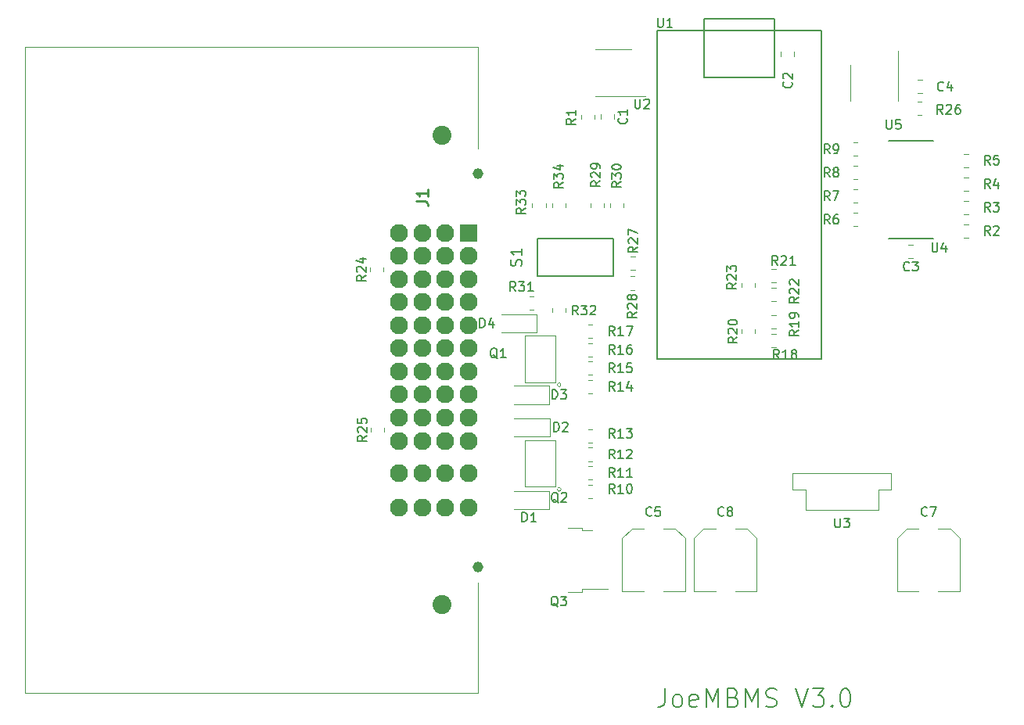
<source format=gbr>
%TF.GenerationSoftware,KiCad,Pcbnew,6.0.11+dfsg-1*%
%TF.CreationDate,2023-10-22T17:13:00+02:00*%
%TF.ProjectId,JoeMBMS_V3.0,4a6f654d-424d-4535-9f56-332e302e6b69,rev?*%
%TF.SameCoordinates,Original*%
%TF.FileFunction,Legend,Top*%
%TF.FilePolarity,Positive*%
%FSLAX46Y46*%
G04 Gerber Fmt 4.6, Leading zero omitted, Abs format (unit mm)*
G04 Created by KiCad (PCBNEW 6.0.11+dfsg-1) date 2023-10-22 17:13:00*
%MOMM*%
%LPD*%
G01*
G04 APERTURE LIST*
%ADD10C,0.150000*%
%ADD11C,0.254000*%
%ADD12C,0.120000*%
%ADD13C,0.152400*%
%ADD14C,0.100000*%
%ADD15R,1.950000X1.950000*%
%ADD16C,1.950000*%
%ADD17C,1.150000*%
%ADD18C,2.050000*%
G04 APERTURE END LIST*
D10*
X133960714Y-124429761D02*
X133960714Y-125858333D01*
X133865476Y-126144047D01*
X133675000Y-126334523D01*
X133389285Y-126429761D01*
X133198809Y-126429761D01*
X135198809Y-126429761D02*
X135008333Y-126334523D01*
X134913095Y-126239285D01*
X134817857Y-126048809D01*
X134817857Y-125477380D01*
X134913095Y-125286904D01*
X135008333Y-125191666D01*
X135198809Y-125096428D01*
X135484523Y-125096428D01*
X135675000Y-125191666D01*
X135770238Y-125286904D01*
X135865476Y-125477380D01*
X135865476Y-126048809D01*
X135770238Y-126239285D01*
X135675000Y-126334523D01*
X135484523Y-126429761D01*
X135198809Y-126429761D01*
X137484523Y-126334523D02*
X137294047Y-126429761D01*
X136913095Y-126429761D01*
X136722619Y-126334523D01*
X136627380Y-126144047D01*
X136627380Y-125382142D01*
X136722619Y-125191666D01*
X136913095Y-125096428D01*
X137294047Y-125096428D01*
X137484523Y-125191666D01*
X137579761Y-125382142D01*
X137579761Y-125572619D01*
X136627380Y-125763095D01*
X138436904Y-126429761D02*
X138436904Y-124429761D01*
X139103571Y-125858333D01*
X139770238Y-124429761D01*
X139770238Y-126429761D01*
X141389285Y-125382142D02*
X141675000Y-125477380D01*
X141770238Y-125572619D01*
X141865476Y-125763095D01*
X141865476Y-126048809D01*
X141770238Y-126239285D01*
X141675000Y-126334523D01*
X141484523Y-126429761D01*
X140722619Y-126429761D01*
X140722619Y-124429761D01*
X141389285Y-124429761D01*
X141579761Y-124525000D01*
X141675000Y-124620238D01*
X141770238Y-124810714D01*
X141770238Y-125001190D01*
X141675000Y-125191666D01*
X141579761Y-125286904D01*
X141389285Y-125382142D01*
X140722619Y-125382142D01*
X142722619Y-126429761D02*
X142722619Y-124429761D01*
X143389285Y-125858333D01*
X144055952Y-124429761D01*
X144055952Y-126429761D01*
X144913095Y-126334523D02*
X145198809Y-126429761D01*
X145675000Y-126429761D01*
X145865476Y-126334523D01*
X145960714Y-126239285D01*
X146055952Y-126048809D01*
X146055952Y-125858333D01*
X145960714Y-125667857D01*
X145865476Y-125572619D01*
X145675000Y-125477380D01*
X145294047Y-125382142D01*
X145103571Y-125286904D01*
X145008333Y-125191666D01*
X144913095Y-125001190D01*
X144913095Y-124810714D01*
X145008333Y-124620238D01*
X145103571Y-124525000D01*
X145294047Y-124429761D01*
X145770238Y-124429761D01*
X146055952Y-124525000D01*
X148151190Y-124429761D02*
X148817857Y-126429761D01*
X149484523Y-124429761D01*
X149960714Y-124429761D02*
X151198809Y-124429761D01*
X150532142Y-125191666D01*
X150817857Y-125191666D01*
X151008333Y-125286904D01*
X151103571Y-125382142D01*
X151198809Y-125572619D01*
X151198809Y-126048809D01*
X151103571Y-126239285D01*
X151008333Y-126334523D01*
X150817857Y-126429761D01*
X150246428Y-126429761D01*
X150055952Y-126334523D01*
X149960714Y-126239285D01*
X152055952Y-126239285D02*
X152151190Y-126334523D01*
X152055952Y-126429761D01*
X151960714Y-126334523D01*
X152055952Y-126239285D01*
X152055952Y-126429761D01*
X153389285Y-124429761D02*
X153579761Y-124429761D01*
X153770238Y-124525000D01*
X153865476Y-124620238D01*
X153960714Y-124810714D01*
X154055952Y-125191666D01*
X154055952Y-125667857D01*
X153960714Y-126048809D01*
X153865476Y-126239285D01*
X153770238Y-126334523D01*
X153579761Y-126429761D01*
X153389285Y-126429761D01*
X153198809Y-126334523D01*
X153103571Y-126239285D01*
X153008333Y-126048809D01*
X152913095Y-125667857D01*
X152913095Y-125191666D01*
X153008333Y-124810714D01*
X153103571Y-124620238D01*
X153198809Y-124525000D01*
X153389285Y-124429761D01*
%TO.C,C5*%
X132533333Y-105657142D02*
X132485714Y-105704761D01*
X132342857Y-105752380D01*
X132247619Y-105752380D01*
X132104761Y-105704761D01*
X132009523Y-105609523D01*
X131961904Y-105514285D01*
X131914285Y-105323809D01*
X131914285Y-105180952D01*
X131961904Y-104990476D01*
X132009523Y-104895238D01*
X132104761Y-104800000D01*
X132247619Y-104752380D01*
X132342857Y-104752380D01*
X132485714Y-104800000D01*
X132533333Y-104847619D01*
X133438095Y-104752380D02*
X132961904Y-104752380D01*
X132914285Y-105228571D01*
X132961904Y-105180952D01*
X133057142Y-105133333D01*
X133295238Y-105133333D01*
X133390476Y-105180952D01*
X133438095Y-105228571D01*
X133485714Y-105323809D01*
X133485714Y-105561904D01*
X133438095Y-105657142D01*
X133390476Y-105704761D01*
X133295238Y-105752380D01*
X133057142Y-105752380D01*
X132961904Y-105704761D01*
X132914285Y-105657142D01*
%TO.C,R6*%
X151809533Y-74128680D02*
X151476200Y-73652490D01*
X151238104Y-74128680D02*
X151238104Y-73128680D01*
X151619057Y-73128680D01*
X151714295Y-73176300D01*
X151761914Y-73223919D01*
X151809533Y-73319157D01*
X151809533Y-73462014D01*
X151761914Y-73557252D01*
X151714295Y-73604871D01*
X151619057Y-73652490D01*
X151238104Y-73652490D01*
X152666676Y-73128680D02*
X152476200Y-73128680D01*
X152380961Y-73176300D01*
X152333342Y-73223919D01*
X152238104Y-73366776D01*
X152190485Y-73557252D01*
X152190485Y-73938204D01*
X152238104Y-74033442D01*
X152285723Y-74081061D01*
X152380961Y-74128680D01*
X152571438Y-74128680D01*
X152666676Y-74081061D01*
X152714295Y-74033442D01*
X152761914Y-73938204D01*
X152761914Y-73700109D01*
X152714295Y-73604871D01*
X152666676Y-73557252D01*
X152571438Y-73509633D01*
X152380961Y-73509633D01*
X152285723Y-73557252D01*
X152238104Y-73604871D01*
X152190485Y-73700109D01*
%TO.C,R18*%
X146317142Y-88732380D02*
X145983809Y-88256190D01*
X145745714Y-88732380D02*
X145745714Y-87732380D01*
X146126666Y-87732380D01*
X146221904Y-87780000D01*
X146269523Y-87827619D01*
X146317142Y-87922857D01*
X146317142Y-88065714D01*
X146269523Y-88160952D01*
X146221904Y-88208571D01*
X146126666Y-88256190D01*
X145745714Y-88256190D01*
X147269523Y-88732380D02*
X146698095Y-88732380D01*
X146983809Y-88732380D02*
X146983809Y-87732380D01*
X146888571Y-87875238D01*
X146793333Y-87970476D01*
X146698095Y-88018095D01*
X147840952Y-88160952D02*
X147745714Y-88113333D01*
X147698095Y-88065714D01*
X147650476Y-87970476D01*
X147650476Y-87922857D01*
X147698095Y-87827619D01*
X147745714Y-87780000D01*
X147840952Y-87732380D01*
X148031428Y-87732380D01*
X148126666Y-87780000D01*
X148174285Y-87827619D01*
X148221904Y-87922857D01*
X148221904Y-87970476D01*
X148174285Y-88065714D01*
X148126666Y-88113333D01*
X148031428Y-88160952D01*
X147840952Y-88160952D01*
X147745714Y-88208571D01*
X147698095Y-88256190D01*
X147650476Y-88351428D01*
X147650476Y-88541904D01*
X147698095Y-88637142D01*
X147745714Y-88684761D01*
X147840952Y-88732380D01*
X148031428Y-88732380D01*
X148126666Y-88684761D01*
X148174285Y-88637142D01*
X148221904Y-88541904D01*
X148221904Y-88351428D01*
X148174285Y-88256190D01*
X148126666Y-88208571D01*
X148031428Y-88160952D01*
%TO.C,U4*%
X162898295Y-76176680D02*
X162898295Y-76986204D01*
X162945914Y-77081442D01*
X162993533Y-77129061D01*
X163088771Y-77176680D01*
X163279247Y-77176680D01*
X163374485Y-77129061D01*
X163422104Y-77081442D01*
X163469723Y-76986204D01*
X163469723Y-76176680D01*
X164374485Y-76510014D02*
X164374485Y-77176680D01*
X164136390Y-76129061D02*
X163898295Y-76843347D01*
X164517342Y-76843347D01*
%TO.C,U3*%
X152378095Y-105992380D02*
X152378095Y-106801904D01*
X152425714Y-106897142D01*
X152473333Y-106944761D01*
X152568571Y-106992380D01*
X152759047Y-106992380D01*
X152854285Y-106944761D01*
X152901904Y-106897142D01*
X152949523Y-106801904D01*
X152949523Y-105992380D01*
X153330476Y-105992380D02*
X153949523Y-105992380D01*
X153616190Y-106373333D01*
X153759047Y-106373333D01*
X153854285Y-106420952D01*
X153901904Y-106468571D01*
X153949523Y-106563809D01*
X153949523Y-106801904D01*
X153901904Y-106897142D01*
X153854285Y-106944761D01*
X153759047Y-106992380D01*
X153473333Y-106992380D01*
X153378095Y-106944761D01*
X153330476Y-106897142D01*
%TO.C,R7*%
X151809533Y-71588680D02*
X151476200Y-71112490D01*
X151238104Y-71588680D02*
X151238104Y-70588680D01*
X151619057Y-70588680D01*
X151714295Y-70636300D01*
X151761914Y-70683919D01*
X151809533Y-70779157D01*
X151809533Y-70922014D01*
X151761914Y-71017252D01*
X151714295Y-71064871D01*
X151619057Y-71112490D01*
X151238104Y-71112490D01*
X152142866Y-70588680D02*
X152809533Y-70588680D01*
X152380961Y-71588680D01*
%TO.C,Q3*%
X122404761Y-115547619D02*
X122309523Y-115500000D01*
X122214285Y-115404761D01*
X122071428Y-115261904D01*
X121976190Y-115214285D01*
X121880952Y-115214285D01*
X121928571Y-115452380D02*
X121833333Y-115404761D01*
X121738095Y-115309523D01*
X121690476Y-115119047D01*
X121690476Y-114785714D01*
X121738095Y-114595238D01*
X121833333Y-114500000D01*
X121928571Y-114452380D01*
X122119047Y-114452380D01*
X122214285Y-114500000D01*
X122309523Y-114595238D01*
X122357142Y-114785714D01*
X122357142Y-115119047D01*
X122309523Y-115309523D01*
X122214285Y-115404761D01*
X122119047Y-115452380D01*
X121928571Y-115452380D01*
X122690476Y-114452380D02*
X123309523Y-114452380D01*
X122976190Y-114833333D01*
X123119047Y-114833333D01*
X123214285Y-114880952D01*
X123261904Y-114928571D01*
X123309523Y-115023809D01*
X123309523Y-115261904D01*
X123261904Y-115357142D01*
X123214285Y-115404761D01*
X123119047Y-115452380D01*
X122833333Y-115452380D01*
X122738095Y-115404761D01*
X122690476Y-115357142D01*
%TO.C,R9*%
X151809533Y-66508680D02*
X151476200Y-66032490D01*
X151238104Y-66508680D02*
X151238104Y-65508680D01*
X151619057Y-65508680D01*
X151714295Y-65556300D01*
X151761914Y-65603919D01*
X151809533Y-65699157D01*
X151809533Y-65842014D01*
X151761914Y-65937252D01*
X151714295Y-65984871D01*
X151619057Y-66032490D01*
X151238104Y-66032490D01*
X152285723Y-66508680D02*
X152476200Y-66508680D01*
X152571438Y-66461061D01*
X152619057Y-66413442D01*
X152714295Y-66270585D01*
X152761914Y-66080109D01*
X152761914Y-65699157D01*
X152714295Y-65603919D01*
X152666676Y-65556300D01*
X152571438Y-65508680D01*
X152380961Y-65508680D01*
X152285723Y-65556300D01*
X152238104Y-65603919D01*
X152190485Y-65699157D01*
X152190485Y-65937252D01*
X152238104Y-66032490D01*
X152285723Y-66080109D01*
X152380961Y-66127728D01*
X152571438Y-66127728D01*
X152666676Y-66080109D01*
X152714295Y-66032490D01*
X152761914Y-65937252D01*
%TO.C,R10*%
X128519642Y-103282380D02*
X128186309Y-102806190D01*
X127948214Y-103282380D02*
X127948214Y-102282380D01*
X128329166Y-102282380D01*
X128424404Y-102330000D01*
X128472023Y-102377619D01*
X128519642Y-102472857D01*
X128519642Y-102615714D01*
X128472023Y-102710952D01*
X128424404Y-102758571D01*
X128329166Y-102806190D01*
X127948214Y-102806190D01*
X129472023Y-103282380D02*
X128900595Y-103282380D01*
X129186309Y-103282380D02*
X129186309Y-102282380D01*
X129091071Y-102425238D01*
X128995833Y-102520476D01*
X128900595Y-102568095D01*
X130091071Y-102282380D02*
X130186309Y-102282380D01*
X130281547Y-102330000D01*
X130329166Y-102377619D01*
X130376785Y-102472857D01*
X130424404Y-102663333D01*
X130424404Y-102901428D01*
X130376785Y-103091904D01*
X130329166Y-103187142D01*
X130281547Y-103234761D01*
X130186309Y-103282380D01*
X130091071Y-103282380D01*
X129995833Y-103234761D01*
X129948214Y-103187142D01*
X129900595Y-103091904D01*
X129852976Y-102901428D01*
X129852976Y-102663333D01*
X129900595Y-102472857D01*
X129948214Y-102377619D01*
X129995833Y-102330000D01*
X130091071Y-102282380D01*
%TO.C,R3*%
X169167533Y-72793680D02*
X168834200Y-72317490D01*
X168596104Y-72793680D02*
X168596104Y-71793680D01*
X168977057Y-71793680D01*
X169072295Y-71841300D01*
X169119914Y-71888919D01*
X169167533Y-71984157D01*
X169167533Y-72127014D01*
X169119914Y-72222252D01*
X169072295Y-72269871D01*
X168977057Y-72317490D01*
X168596104Y-72317490D01*
X169500866Y-71793680D02*
X170119914Y-71793680D01*
X169786580Y-72174633D01*
X169929438Y-72174633D01*
X170024676Y-72222252D01*
X170072295Y-72269871D01*
X170119914Y-72365109D01*
X170119914Y-72603204D01*
X170072295Y-72698442D01*
X170024676Y-72746061D01*
X169929438Y-72793680D01*
X169643723Y-72793680D01*
X169548485Y-72746061D01*
X169500866Y-72698442D01*
%TO.C,Q2*%
X122434761Y-104317619D02*
X122339523Y-104270000D01*
X122244285Y-104174761D01*
X122101428Y-104031904D01*
X122006190Y-103984285D01*
X121910952Y-103984285D01*
X121958571Y-104222380D02*
X121863333Y-104174761D01*
X121768095Y-104079523D01*
X121720476Y-103889047D01*
X121720476Y-103555714D01*
X121768095Y-103365238D01*
X121863333Y-103270000D01*
X121958571Y-103222380D01*
X122149047Y-103222380D01*
X122244285Y-103270000D01*
X122339523Y-103365238D01*
X122387142Y-103555714D01*
X122387142Y-103889047D01*
X122339523Y-104079523D01*
X122244285Y-104174761D01*
X122149047Y-104222380D01*
X121958571Y-104222380D01*
X122768095Y-103317619D02*
X122815714Y-103270000D01*
X122910952Y-103222380D01*
X123149047Y-103222380D01*
X123244285Y-103270000D01*
X123291904Y-103317619D01*
X123339523Y-103412857D01*
X123339523Y-103508095D01*
X123291904Y-103650952D01*
X122720476Y-104222380D01*
X123339523Y-104222380D01*
%TO.C,R2*%
X169167533Y-75333680D02*
X168834200Y-74857490D01*
X168596104Y-75333680D02*
X168596104Y-74333680D01*
X168977057Y-74333680D01*
X169072295Y-74381300D01*
X169119914Y-74428919D01*
X169167533Y-74524157D01*
X169167533Y-74667014D01*
X169119914Y-74762252D01*
X169072295Y-74809871D01*
X168977057Y-74857490D01*
X168596104Y-74857490D01*
X169548485Y-74428919D02*
X169596104Y-74381300D01*
X169691342Y-74333680D01*
X169929438Y-74333680D01*
X170024676Y-74381300D01*
X170072295Y-74428919D01*
X170119914Y-74524157D01*
X170119914Y-74619395D01*
X170072295Y-74762252D01*
X169500866Y-75333680D01*
X170119914Y-75333680D01*
%TO.C,R24*%
X101602380Y-79692857D02*
X101126190Y-80026190D01*
X101602380Y-80264285D02*
X100602380Y-80264285D01*
X100602380Y-79883333D01*
X100650000Y-79788095D01*
X100697619Y-79740476D01*
X100792857Y-79692857D01*
X100935714Y-79692857D01*
X101030952Y-79740476D01*
X101078571Y-79788095D01*
X101126190Y-79883333D01*
X101126190Y-80264285D01*
X100697619Y-79311904D02*
X100650000Y-79264285D01*
X100602380Y-79169047D01*
X100602380Y-78930952D01*
X100650000Y-78835714D01*
X100697619Y-78788095D01*
X100792857Y-78740476D01*
X100888095Y-78740476D01*
X101030952Y-78788095D01*
X101602380Y-79359523D01*
X101602380Y-78740476D01*
X100935714Y-77883333D02*
X101602380Y-77883333D01*
X100554761Y-78121428D02*
X101269047Y-78359523D01*
X101269047Y-77740476D01*
%TO.C,C8*%
X140333333Y-105657142D02*
X140285714Y-105704761D01*
X140142857Y-105752380D01*
X140047619Y-105752380D01*
X139904761Y-105704761D01*
X139809523Y-105609523D01*
X139761904Y-105514285D01*
X139714285Y-105323809D01*
X139714285Y-105180952D01*
X139761904Y-104990476D01*
X139809523Y-104895238D01*
X139904761Y-104800000D01*
X140047619Y-104752380D01*
X140142857Y-104752380D01*
X140285714Y-104800000D01*
X140333333Y-104847619D01*
X140904761Y-105180952D02*
X140809523Y-105133333D01*
X140761904Y-105085714D01*
X140714285Y-104990476D01*
X140714285Y-104942857D01*
X140761904Y-104847619D01*
X140809523Y-104800000D01*
X140904761Y-104752380D01*
X141095238Y-104752380D01*
X141190476Y-104800000D01*
X141238095Y-104847619D01*
X141285714Y-104942857D01*
X141285714Y-104990476D01*
X141238095Y-105085714D01*
X141190476Y-105133333D01*
X141095238Y-105180952D01*
X140904761Y-105180952D01*
X140809523Y-105228571D01*
X140761904Y-105276190D01*
X140714285Y-105371428D01*
X140714285Y-105561904D01*
X140761904Y-105657142D01*
X140809523Y-105704761D01*
X140904761Y-105752380D01*
X141095238Y-105752380D01*
X141190476Y-105704761D01*
X141238095Y-105657142D01*
X141285714Y-105561904D01*
X141285714Y-105371428D01*
X141238095Y-105276190D01*
X141190476Y-105228571D01*
X141095238Y-105180952D01*
%TO.C,C2*%
X147657142Y-58766666D02*
X147704761Y-58814285D01*
X147752380Y-58957142D01*
X147752380Y-59052380D01*
X147704761Y-59195238D01*
X147609523Y-59290476D01*
X147514285Y-59338095D01*
X147323809Y-59385714D01*
X147180952Y-59385714D01*
X146990476Y-59338095D01*
X146895238Y-59290476D01*
X146800000Y-59195238D01*
X146752380Y-59052380D01*
X146752380Y-58957142D01*
X146800000Y-58814285D01*
X146847619Y-58766666D01*
X146847619Y-58385714D02*
X146800000Y-58338095D01*
X146752380Y-58242857D01*
X146752380Y-58004761D01*
X146800000Y-57909523D01*
X146847619Y-57861904D01*
X146942857Y-57814285D01*
X147038095Y-57814285D01*
X147180952Y-57861904D01*
X147752380Y-58433333D01*
X147752380Y-57814285D01*
%TO.C,R5*%
X169167533Y-67713680D02*
X168834200Y-67237490D01*
X168596104Y-67713680D02*
X168596104Y-66713680D01*
X168977057Y-66713680D01*
X169072295Y-66761300D01*
X169119914Y-66808919D01*
X169167533Y-66904157D01*
X169167533Y-67047014D01*
X169119914Y-67142252D01*
X169072295Y-67189871D01*
X168977057Y-67237490D01*
X168596104Y-67237490D01*
X170072295Y-66713680D02*
X169596104Y-66713680D01*
X169548485Y-67189871D01*
X169596104Y-67142252D01*
X169691342Y-67094633D01*
X169929438Y-67094633D01*
X170024676Y-67142252D01*
X170072295Y-67189871D01*
X170119914Y-67285109D01*
X170119914Y-67523204D01*
X170072295Y-67618442D01*
X170024676Y-67666061D01*
X169929438Y-67713680D01*
X169691342Y-67713680D01*
X169596104Y-67666061D01*
X169548485Y-67618442D01*
%TO.C,C3*%
X160417533Y-79123442D02*
X160369914Y-79171061D01*
X160227057Y-79218680D01*
X160131819Y-79218680D01*
X159988961Y-79171061D01*
X159893723Y-79075823D01*
X159846104Y-78980585D01*
X159798485Y-78790109D01*
X159798485Y-78647252D01*
X159846104Y-78456776D01*
X159893723Y-78361538D01*
X159988961Y-78266300D01*
X160131819Y-78218680D01*
X160227057Y-78218680D01*
X160369914Y-78266300D01*
X160417533Y-78313919D01*
X160750866Y-78218680D02*
X161369914Y-78218680D01*
X161036580Y-78599633D01*
X161179438Y-78599633D01*
X161274676Y-78647252D01*
X161322295Y-78694871D01*
X161369914Y-78790109D01*
X161369914Y-79028204D01*
X161322295Y-79123442D01*
X161274676Y-79171061D01*
X161179438Y-79218680D01*
X160893723Y-79218680D01*
X160798485Y-79171061D01*
X160750866Y-79123442D01*
%TO.C,R11*%
X128519642Y-101532380D02*
X128186309Y-101056190D01*
X127948214Y-101532380D02*
X127948214Y-100532380D01*
X128329166Y-100532380D01*
X128424404Y-100580000D01*
X128472023Y-100627619D01*
X128519642Y-100722857D01*
X128519642Y-100865714D01*
X128472023Y-100960952D01*
X128424404Y-101008571D01*
X128329166Y-101056190D01*
X127948214Y-101056190D01*
X129472023Y-101532380D02*
X128900595Y-101532380D01*
X129186309Y-101532380D02*
X129186309Y-100532380D01*
X129091071Y-100675238D01*
X128995833Y-100770476D01*
X128900595Y-100818095D01*
X130424404Y-101532380D02*
X129852976Y-101532380D01*
X130138690Y-101532380D02*
X130138690Y-100532380D01*
X130043452Y-100675238D01*
X129948214Y-100770476D01*
X129852976Y-100818095D01*
%TO.C,R13*%
X128519642Y-97282380D02*
X128186309Y-96806190D01*
X127948214Y-97282380D02*
X127948214Y-96282380D01*
X128329166Y-96282380D01*
X128424404Y-96330000D01*
X128472023Y-96377619D01*
X128519642Y-96472857D01*
X128519642Y-96615714D01*
X128472023Y-96710952D01*
X128424404Y-96758571D01*
X128329166Y-96806190D01*
X127948214Y-96806190D01*
X129472023Y-97282380D02*
X128900595Y-97282380D01*
X129186309Y-97282380D02*
X129186309Y-96282380D01*
X129091071Y-96425238D01*
X128995833Y-96520476D01*
X128900595Y-96568095D01*
X129805357Y-96282380D02*
X130424404Y-96282380D01*
X130091071Y-96663333D01*
X130233928Y-96663333D01*
X130329166Y-96710952D01*
X130376785Y-96758571D01*
X130424404Y-96853809D01*
X130424404Y-97091904D01*
X130376785Y-97187142D01*
X130329166Y-97234761D01*
X130233928Y-97282380D01*
X129948214Y-97282380D01*
X129852976Y-97234761D01*
X129805357Y-97187142D01*
%TO.C,R8*%
X151809533Y-69048680D02*
X151476200Y-68572490D01*
X151238104Y-69048680D02*
X151238104Y-68048680D01*
X151619057Y-68048680D01*
X151714295Y-68096300D01*
X151761914Y-68143919D01*
X151809533Y-68239157D01*
X151809533Y-68382014D01*
X151761914Y-68477252D01*
X151714295Y-68524871D01*
X151619057Y-68572490D01*
X151238104Y-68572490D01*
X152380961Y-68477252D02*
X152285723Y-68429633D01*
X152238104Y-68382014D01*
X152190485Y-68286776D01*
X152190485Y-68239157D01*
X152238104Y-68143919D01*
X152285723Y-68096300D01*
X152380961Y-68048680D01*
X152571438Y-68048680D01*
X152666676Y-68096300D01*
X152714295Y-68143919D01*
X152761914Y-68239157D01*
X152761914Y-68286776D01*
X152714295Y-68382014D01*
X152666676Y-68429633D01*
X152571438Y-68477252D01*
X152380961Y-68477252D01*
X152285723Y-68524871D01*
X152238104Y-68572490D01*
X152190485Y-68667728D01*
X152190485Y-68858204D01*
X152238104Y-68953442D01*
X152285723Y-69001061D01*
X152380961Y-69048680D01*
X152571438Y-69048680D01*
X152666676Y-69001061D01*
X152714295Y-68953442D01*
X152761914Y-68858204D01*
X152761914Y-68667728D01*
X152714295Y-68572490D01*
X152666676Y-68524871D01*
X152571438Y-68477252D01*
%TO.C,R20*%
X141802380Y-86392857D02*
X141326190Y-86726190D01*
X141802380Y-86964285D02*
X140802380Y-86964285D01*
X140802380Y-86583333D01*
X140850000Y-86488095D01*
X140897619Y-86440476D01*
X140992857Y-86392857D01*
X141135714Y-86392857D01*
X141230952Y-86440476D01*
X141278571Y-86488095D01*
X141326190Y-86583333D01*
X141326190Y-86964285D01*
X140897619Y-86011904D02*
X140850000Y-85964285D01*
X140802380Y-85869047D01*
X140802380Y-85630952D01*
X140850000Y-85535714D01*
X140897619Y-85488095D01*
X140992857Y-85440476D01*
X141088095Y-85440476D01*
X141230952Y-85488095D01*
X141802380Y-86059523D01*
X141802380Y-85440476D01*
X140802380Y-84821428D02*
X140802380Y-84726190D01*
X140850000Y-84630952D01*
X140897619Y-84583333D01*
X140992857Y-84535714D01*
X141183333Y-84488095D01*
X141421428Y-84488095D01*
X141611904Y-84535714D01*
X141707142Y-84583333D01*
X141754761Y-84630952D01*
X141802380Y-84726190D01*
X141802380Y-84821428D01*
X141754761Y-84916666D01*
X141707142Y-84964285D01*
X141611904Y-85011904D01*
X141421428Y-85059523D01*
X141183333Y-85059523D01*
X140992857Y-85011904D01*
X140897619Y-84964285D01*
X140850000Y-84916666D01*
X140802380Y-84821428D01*
%TO.C,R12*%
X128519642Y-99532380D02*
X128186309Y-99056190D01*
X127948214Y-99532380D02*
X127948214Y-98532380D01*
X128329166Y-98532380D01*
X128424404Y-98580000D01*
X128472023Y-98627619D01*
X128519642Y-98722857D01*
X128519642Y-98865714D01*
X128472023Y-98960952D01*
X128424404Y-99008571D01*
X128329166Y-99056190D01*
X127948214Y-99056190D01*
X129472023Y-99532380D02*
X128900595Y-99532380D01*
X129186309Y-99532380D02*
X129186309Y-98532380D01*
X129091071Y-98675238D01*
X128995833Y-98770476D01*
X128900595Y-98818095D01*
X129852976Y-98627619D02*
X129900595Y-98580000D01*
X129995833Y-98532380D01*
X130233928Y-98532380D01*
X130329166Y-98580000D01*
X130376785Y-98627619D01*
X130424404Y-98722857D01*
X130424404Y-98818095D01*
X130376785Y-98960952D01*
X129805357Y-99532380D01*
X130424404Y-99532380D01*
%TO.C,R23*%
X141692380Y-80542857D02*
X141216190Y-80876190D01*
X141692380Y-81114285D02*
X140692380Y-81114285D01*
X140692380Y-80733333D01*
X140740000Y-80638095D01*
X140787619Y-80590476D01*
X140882857Y-80542857D01*
X141025714Y-80542857D01*
X141120952Y-80590476D01*
X141168571Y-80638095D01*
X141216190Y-80733333D01*
X141216190Y-81114285D01*
X140787619Y-80161904D02*
X140740000Y-80114285D01*
X140692380Y-80019047D01*
X140692380Y-79780952D01*
X140740000Y-79685714D01*
X140787619Y-79638095D01*
X140882857Y-79590476D01*
X140978095Y-79590476D01*
X141120952Y-79638095D01*
X141692380Y-80209523D01*
X141692380Y-79590476D01*
X140692380Y-79257142D02*
X140692380Y-78638095D01*
X141073333Y-78971428D01*
X141073333Y-78828571D01*
X141120952Y-78733333D01*
X141168571Y-78685714D01*
X141263809Y-78638095D01*
X141501904Y-78638095D01*
X141597142Y-78685714D01*
X141644761Y-78733333D01*
X141692380Y-78828571D01*
X141692380Y-79114285D01*
X141644761Y-79209523D01*
X141597142Y-79257142D01*
%TO.C,R1*%
X124297380Y-62736666D02*
X123821190Y-63070000D01*
X124297380Y-63308095D02*
X123297380Y-63308095D01*
X123297380Y-62927142D01*
X123345000Y-62831904D01*
X123392619Y-62784285D01*
X123487857Y-62736666D01*
X123630714Y-62736666D01*
X123725952Y-62784285D01*
X123773571Y-62831904D01*
X123821190Y-62927142D01*
X123821190Y-63308095D01*
X124297380Y-61784285D02*
X124297380Y-62355714D01*
X124297380Y-62070000D02*
X123297380Y-62070000D01*
X123440238Y-62165238D01*
X123535476Y-62260476D01*
X123583095Y-62355714D01*
%TO.C,C7*%
X162333333Y-105657142D02*
X162285714Y-105704761D01*
X162142857Y-105752380D01*
X162047619Y-105752380D01*
X161904761Y-105704761D01*
X161809523Y-105609523D01*
X161761904Y-105514285D01*
X161714285Y-105323809D01*
X161714285Y-105180952D01*
X161761904Y-104990476D01*
X161809523Y-104895238D01*
X161904761Y-104800000D01*
X162047619Y-104752380D01*
X162142857Y-104752380D01*
X162285714Y-104800000D01*
X162333333Y-104847619D01*
X162666666Y-104752380D02*
X163333333Y-104752380D01*
X162904761Y-105752380D01*
D11*
%TO.C,J1*%
X107054523Y-71673333D02*
X107961666Y-71673333D01*
X108143095Y-71733809D01*
X108264047Y-71854761D01*
X108324523Y-72036190D01*
X108324523Y-72157142D01*
X108324523Y-70403333D02*
X108324523Y-71129047D01*
X108324523Y-70766190D02*
X107054523Y-70766190D01*
X107235952Y-70887142D01*
X107356904Y-71008095D01*
X107417380Y-71129047D01*
D10*
%TO.C,R4*%
X169167533Y-70253680D02*
X168834200Y-69777490D01*
X168596104Y-70253680D02*
X168596104Y-69253680D01*
X168977057Y-69253680D01*
X169072295Y-69301300D01*
X169119914Y-69348919D01*
X169167533Y-69444157D01*
X169167533Y-69587014D01*
X169119914Y-69682252D01*
X169072295Y-69729871D01*
X168977057Y-69777490D01*
X168596104Y-69777490D01*
X170024676Y-69587014D02*
X170024676Y-70253680D01*
X169786580Y-69206061D02*
X169548485Y-69920347D01*
X170167533Y-69920347D01*
%TO.C,R21*%
X146177142Y-78572380D02*
X145843809Y-78096190D01*
X145605714Y-78572380D02*
X145605714Y-77572380D01*
X145986666Y-77572380D01*
X146081904Y-77620000D01*
X146129523Y-77667619D01*
X146177142Y-77762857D01*
X146177142Y-77905714D01*
X146129523Y-78000952D01*
X146081904Y-78048571D01*
X145986666Y-78096190D01*
X145605714Y-78096190D01*
X146558095Y-77667619D02*
X146605714Y-77620000D01*
X146700952Y-77572380D01*
X146939047Y-77572380D01*
X147034285Y-77620000D01*
X147081904Y-77667619D01*
X147129523Y-77762857D01*
X147129523Y-77858095D01*
X147081904Y-78000952D01*
X146510476Y-78572380D01*
X147129523Y-78572380D01*
X148081904Y-78572380D02*
X147510476Y-78572380D01*
X147796190Y-78572380D02*
X147796190Y-77572380D01*
X147700952Y-77715238D01*
X147605714Y-77810476D01*
X147510476Y-77858095D01*
%TO.C,R22*%
X148452380Y-82042857D02*
X147976190Y-82376190D01*
X148452380Y-82614285D02*
X147452380Y-82614285D01*
X147452380Y-82233333D01*
X147500000Y-82138095D01*
X147547619Y-82090476D01*
X147642857Y-82042857D01*
X147785714Y-82042857D01*
X147880952Y-82090476D01*
X147928571Y-82138095D01*
X147976190Y-82233333D01*
X147976190Y-82614285D01*
X147547619Y-81661904D02*
X147500000Y-81614285D01*
X147452380Y-81519047D01*
X147452380Y-81280952D01*
X147500000Y-81185714D01*
X147547619Y-81138095D01*
X147642857Y-81090476D01*
X147738095Y-81090476D01*
X147880952Y-81138095D01*
X148452380Y-81709523D01*
X148452380Y-81090476D01*
X147547619Y-80709523D02*
X147500000Y-80661904D01*
X147452380Y-80566666D01*
X147452380Y-80328571D01*
X147500000Y-80233333D01*
X147547619Y-80185714D01*
X147642857Y-80138095D01*
X147738095Y-80138095D01*
X147880952Y-80185714D01*
X148452380Y-80757142D01*
X148452380Y-80138095D01*
%TO.C,R15*%
X128519642Y-90202380D02*
X128186309Y-89726190D01*
X127948214Y-90202380D02*
X127948214Y-89202380D01*
X128329166Y-89202380D01*
X128424404Y-89250000D01*
X128472023Y-89297619D01*
X128519642Y-89392857D01*
X128519642Y-89535714D01*
X128472023Y-89630952D01*
X128424404Y-89678571D01*
X128329166Y-89726190D01*
X127948214Y-89726190D01*
X129472023Y-90202380D02*
X128900595Y-90202380D01*
X129186309Y-90202380D02*
X129186309Y-89202380D01*
X129091071Y-89345238D01*
X128995833Y-89440476D01*
X128900595Y-89488095D01*
X130376785Y-89202380D02*
X129900595Y-89202380D01*
X129852976Y-89678571D01*
X129900595Y-89630952D01*
X129995833Y-89583333D01*
X130233928Y-89583333D01*
X130329166Y-89630952D01*
X130376785Y-89678571D01*
X130424404Y-89773809D01*
X130424404Y-90011904D01*
X130376785Y-90107142D01*
X130329166Y-90154761D01*
X130233928Y-90202380D01*
X129995833Y-90202380D01*
X129900595Y-90154761D01*
X129852976Y-90107142D01*
%TO.C,Q1*%
X115844761Y-88697619D02*
X115749523Y-88650000D01*
X115654285Y-88554761D01*
X115511428Y-88411904D01*
X115416190Y-88364285D01*
X115320952Y-88364285D01*
X115368571Y-88602380D02*
X115273333Y-88554761D01*
X115178095Y-88459523D01*
X115130476Y-88269047D01*
X115130476Y-87935714D01*
X115178095Y-87745238D01*
X115273333Y-87650000D01*
X115368571Y-87602380D01*
X115559047Y-87602380D01*
X115654285Y-87650000D01*
X115749523Y-87745238D01*
X115797142Y-87935714D01*
X115797142Y-88269047D01*
X115749523Y-88459523D01*
X115654285Y-88554761D01*
X115559047Y-88602380D01*
X115368571Y-88602380D01*
X116749523Y-88602380D02*
X116178095Y-88602380D01*
X116463809Y-88602380D02*
X116463809Y-87602380D01*
X116368571Y-87745238D01*
X116273333Y-87840476D01*
X116178095Y-87888095D01*
%TO.C,R14*%
X128519642Y-92202380D02*
X128186309Y-91726190D01*
X127948214Y-92202380D02*
X127948214Y-91202380D01*
X128329166Y-91202380D01*
X128424404Y-91250000D01*
X128472023Y-91297619D01*
X128519642Y-91392857D01*
X128519642Y-91535714D01*
X128472023Y-91630952D01*
X128424404Y-91678571D01*
X128329166Y-91726190D01*
X127948214Y-91726190D01*
X129472023Y-92202380D02*
X128900595Y-92202380D01*
X129186309Y-92202380D02*
X129186309Y-91202380D01*
X129091071Y-91345238D01*
X128995833Y-91440476D01*
X128900595Y-91488095D01*
X130329166Y-91535714D02*
X130329166Y-92202380D01*
X130091071Y-91154761D02*
X129852976Y-91869047D01*
X130472023Y-91869047D01*
%TO.C,R17*%
X128519642Y-86202380D02*
X128186309Y-85726190D01*
X127948214Y-86202380D02*
X127948214Y-85202380D01*
X128329166Y-85202380D01*
X128424404Y-85250000D01*
X128472023Y-85297619D01*
X128519642Y-85392857D01*
X128519642Y-85535714D01*
X128472023Y-85630952D01*
X128424404Y-85678571D01*
X128329166Y-85726190D01*
X127948214Y-85726190D01*
X129472023Y-86202380D02*
X128900595Y-86202380D01*
X129186309Y-86202380D02*
X129186309Y-85202380D01*
X129091071Y-85345238D01*
X128995833Y-85440476D01*
X128900595Y-85488095D01*
X129805357Y-85202380D02*
X130472023Y-85202380D01*
X130043452Y-86202380D01*
%TO.C,R16*%
X128519642Y-88202380D02*
X128186309Y-87726190D01*
X127948214Y-88202380D02*
X127948214Y-87202380D01*
X128329166Y-87202380D01*
X128424404Y-87250000D01*
X128472023Y-87297619D01*
X128519642Y-87392857D01*
X128519642Y-87535714D01*
X128472023Y-87630952D01*
X128424404Y-87678571D01*
X128329166Y-87726190D01*
X127948214Y-87726190D01*
X129472023Y-88202380D02*
X128900595Y-88202380D01*
X129186309Y-88202380D02*
X129186309Y-87202380D01*
X129091071Y-87345238D01*
X128995833Y-87440476D01*
X128900595Y-87488095D01*
X130329166Y-87202380D02*
X130138690Y-87202380D01*
X130043452Y-87250000D01*
X129995833Y-87297619D01*
X129900595Y-87440476D01*
X129852976Y-87630952D01*
X129852976Y-88011904D01*
X129900595Y-88107142D01*
X129948214Y-88154761D01*
X130043452Y-88202380D01*
X130233928Y-88202380D01*
X130329166Y-88154761D01*
X130376785Y-88107142D01*
X130424404Y-88011904D01*
X130424404Y-87773809D01*
X130376785Y-87678571D01*
X130329166Y-87630952D01*
X130233928Y-87583333D01*
X130043452Y-87583333D01*
X129948214Y-87630952D01*
X129900595Y-87678571D01*
X129852976Y-87773809D01*
%TO.C,S1*%
X118400714Y-78664285D02*
X118457857Y-78492857D01*
X118457857Y-78207142D01*
X118400714Y-78092857D01*
X118343571Y-78035714D01*
X118229285Y-77978571D01*
X118115000Y-77978571D01*
X118000714Y-78035714D01*
X117943571Y-78092857D01*
X117886428Y-78207142D01*
X117829285Y-78435714D01*
X117772142Y-78550000D01*
X117715000Y-78607142D01*
X117600714Y-78664285D01*
X117486428Y-78664285D01*
X117372142Y-78607142D01*
X117315000Y-78550000D01*
X117257857Y-78435714D01*
X117257857Y-78150000D01*
X117315000Y-77978571D01*
X118457857Y-76835714D02*
X118457857Y-77521428D01*
X118457857Y-77178571D02*
X117257857Y-77178571D01*
X117429285Y-77292857D01*
X117543571Y-77407142D01*
X117600714Y-77521428D01*
%TO.C,C1*%
X129802142Y-62686666D02*
X129849761Y-62734285D01*
X129897380Y-62877142D01*
X129897380Y-62972380D01*
X129849761Y-63115238D01*
X129754523Y-63210476D01*
X129659285Y-63258095D01*
X129468809Y-63305714D01*
X129325952Y-63305714D01*
X129135476Y-63258095D01*
X129040238Y-63210476D01*
X128945000Y-63115238D01*
X128897380Y-62972380D01*
X128897380Y-62877142D01*
X128945000Y-62734285D01*
X128992619Y-62686666D01*
X129897380Y-61734285D02*
X129897380Y-62305714D01*
X129897380Y-62020000D02*
X128897380Y-62020000D01*
X129040238Y-62115238D01*
X129135476Y-62210476D01*
X129183095Y-62305714D01*
%TO.C,R19*%
X148452380Y-85642857D02*
X147976190Y-85976190D01*
X148452380Y-86214285D02*
X147452380Y-86214285D01*
X147452380Y-85833333D01*
X147500000Y-85738095D01*
X147547619Y-85690476D01*
X147642857Y-85642857D01*
X147785714Y-85642857D01*
X147880952Y-85690476D01*
X147928571Y-85738095D01*
X147976190Y-85833333D01*
X147976190Y-86214285D01*
X148452380Y-84690476D02*
X148452380Y-85261904D01*
X148452380Y-84976190D02*
X147452380Y-84976190D01*
X147595238Y-85071428D01*
X147690476Y-85166666D01*
X147738095Y-85261904D01*
X148452380Y-84214285D02*
X148452380Y-84023809D01*
X148404761Y-83928571D01*
X148357142Y-83880952D01*
X148214285Y-83785714D01*
X148023809Y-83738095D01*
X147642857Y-83738095D01*
X147547619Y-83785714D01*
X147500000Y-83833333D01*
X147452380Y-83928571D01*
X147452380Y-84119047D01*
X147500000Y-84214285D01*
X147547619Y-84261904D01*
X147642857Y-84309523D01*
X147880952Y-84309523D01*
X147976190Y-84261904D01*
X148023809Y-84214285D01*
X148071428Y-84119047D01*
X148071428Y-83928571D01*
X148023809Y-83833333D01*
X147976190Y-83785714D01*
X147880952Y-83738095D01*
%TO.C,R25*%
X101712380Y-97062857D02*
X101236190Y-97396190D01*
X101712380Y-97634285D02*
X100712380Y-97634285D01*
X100712380Y-97253333D01*
X100760000Y-97158095D01*
X100807619Y-97110476D01*
X100902857Y-97062857D01*
X101045714Y-97062857D01*
X101140952Y-97110476D01*
X101188571Y-97158095D01*
X101236190Y-97253333D01*
X101236190Y-97634285D01*
X100807619Y-96681904D02*
X100760000Y-96634285D01*
X100712380Y-96539047D01*
X100712380Y-96300952D01*
X100760000Y-96205714D01*
X100807619Y-96158095D01*
X100902857Y-96110476D01*
X100998095Y-96110476D01*
X101140952Y-96158095D01*
X101712380Y-96729523D01*
X101712380Y-96110476D01*
X100712380Y-95205714D02*
X100712380Y-95681904D01*
X101188571Y-95729523D01*
X101140952Y-95681904D01*
X101093333Y-95586666D01*
X101093333Y-95348571D01*
X101140952Y-95253333D01*
X101188571Y-95205714D01*
X101283809Y-95158095D01*
X101521904Y-95158095D01*
X101617142Y-95205714D01*
X101664761Y-95253333D01*
X101712380Y-95348571D01*
X101712380Y-95586666D01*
X101664761Y-95681904D01*
X101617142Y-95729523D01*
%TO.C,U5*%
X157937295Y-62850780D02*
X157937295Y-63660304D01*
X157984914Y-63755542D01*
X158032533Y-63803161D01*
X158127771Y-63850780D01*
X158318247Y-63850780D01*
X158413485Y-63803161D01*
X158461104Y-63755542D01*
X158508723Y-63660304D01*
X158508723Y-62850780D01*
X159461104Y-62850780D02*
X158984914Y-62850780D01*
X158937295Y-63326971D01*
X158984914Y-63279352D01*
X159080152Y-63231733D01*
X159318247Y-63231733D01*
X159413485Y-63279352D01*
X159461104Y-63326971D01*
X159508723Y-63422209D01*
X159508723Y-63660304D01*
X159461104Y-63755542D01*
X159413485Y-63803161D01*
X159318247Y-63850780D01*
X159080152Y-63850780D01*
X158984914Y-63803161D01*
X158937295Y-63755542D01*
%TO.C,U1*%
X133197695Y-51827180D02*
X133197695Y-52636704D01*
X133245314Y-52731942D01*
X133292933Y-52779561D01*
X133388171Y-52827180D01*
X133578647Y-52827180D01*
X133673885Y-52779561D01*
X133721504Y-52731942D01*
X133769123Y-52636704D01*
X133769123Y-51827180D01*
X134769123Y-52827180D02*
X134197695Y-52827180D01*
X134483409Y-52827180D02*
X134483409Y-51827180D01*
X134388171Y-51970038D01*
X134292933Y-52065276D01*
X134197695Y-52112895D01*
%TO.C,R30*%
X129222380Y-69572857D02*
X128746190Y-69906190D01*
X129222380Y-70144285D02*
X128222380Y-70144285D01*
X128222380Y-69763333D01*
X128270000Y-69668095D01*
X128317619Y-69620476D01*
X128412857Y-69572857D01*
X128555714Y-69572857D01*
X128650952Y-69620476D01*
X128698571Y-69668095D01*
X128746190Y-69763333D01*
X128746190Y-70144285D01*
X128222380Y-69239523D02*
X128222380Y-68620476D01*
X128603333Y-68953809D01*
X128603333Y-68810952D01*
X128650952Y-68715714D01*
X128698571Y-68668095D01*
X128793809Y-68620476D01*
X129031904Y-68620476D01*
X129127142Y-68668095D01*
X129174761Y-68715714D01*
X129222380Y-68810952D01*
X129222380Y-69096666D01*
X129174761Y-69191904D01*
X129127142Y-69239523D01*
X128222380Y-68001428D02*
X128222380Y-67906190D01*
X128270000Y-67810952D01*
X128317619Y-67763333D01*
X128412857Y-67715714D01*
X128603333Y-67668095D01*
X128841428Y-67668095D01*
X129031904Y-67715714D01*
X129127142Y-67763333D01*
X129174761Y-67810952D01*
X129222380Y-67906190D01*
X129222380Y-68001428D01*
X129174761Y-68096666D01*
X129127142Y-68144285D01*
X129031904Y-68191904D01*
X128841428Y-68239523D01*
X128603333Y-68239523D01*
X128412857Y-68191904D01*
X128317619Y-68144285D01*
X128270000Y-68096666D01*
X128222380Y-68001428D01*
%TO.C,D1*%
X118511904Y-106362380D02*
X118511904Y-105362380D01*
X118750000Y-105362380D01*
X118892857Y-105410000D01*
X118988095Y-105505238D01*
X119035714Y-105600476D01*
X119083333Y-105790952D01*
X119083333Y-105933809D01*
X119035714Y-106124285D01*
X118988095Y-106219523D01*
X118892857Y-106314761D01*
X118750000Y-106362380D01*
X118511904Y-106362380D01*
X120035714Y-106362380D02*
X119464285Y-106362380D01*
X119750000Y-106362380D02*
X119750000Y-105362380D01*
X119654761Y-105505238D01*
X119559523Y-105600476D01*
X119464285Y-105648095D01*
%TO.C,R32*%
X124577142Y-83952380D02*
X124243809Y-83476190D01*
X124005714Y-83952380D02*
X124005714Y-82952380D01*
X124386666Y-82952380D01*
X124481904Y-83000000D01*
X124529523Y-83047619D01*
X124577142Y-83142857D01*
X124577142Y-83285714D01*
X124529523Y-83380952D01*
X124481904Y-83428571D01*
X124386666Y-83476190D01*
X124005714Y-83476190D01*
X124910476Y-82952380D02*
X125529523Y-82952380D01*
X125196190Y-83333333D01*
X125339047Y-83333333D01*
X125434285Y-83380952D01*
X125481904Y-83428571D01*
X125529523Y-83523809D01*
X125529523Y-83761904D01*
X125481904Y-83857142D01*
X125434285Y-83904761D01*
X125339047Y-83952380D01*
X125053333Y-83952380D01*
X124958095Y-83904761D01*
X124910476Y-83857142D01*
X125910476Y-83047619D02*
X125958095Y-83000000D01*
X126053333Y-82952380D01*
X126291428Y-82952380D01*
X126386666Y-83000000D01*
X126434285Y-83047619D01*
X126481904Y-83142857D01*
X126481904Y-83238095D01*
X126434285Y-83380952D01*
X125862857Y-83952380D01*
X126481904Y-83952380D01*
%TO.C,D3*%
X121771904Y-93082380D02*
X121771904Y-92082380D01*
X122010000Y-92082380D01*
X122152857Y-92130000D01*
X122248095Y-92225238D01*
X122295714Y-92320476D01*
X122343333Y-92510952D01*
X122343333Y-92653809D01*
X122295714Y-92844285D01*
X122248095Y-92939523D01*
X122152857Y-93034761D01*
X122010000Y-93082380D01*
X121771904Y-93082380D01*
X122676666Y-92082380D02*
X123295714Y-92082380D01*
X122962380Y-92463333D01*
X123105238Y-92463333D01*
X123200476Y-92510952D01*
X123248095Y-92558571D01*
X123295714Y-92653809D01*
X123295714Y-92891904D01*
X123248095Y-92987142D01*
X123200476Y-93034761D01*
X123105238Y-93082380D01*
X122819523Y-93082380D01*
X122724285Y-93034761D01*
X122676666Y-92987142D01*
%TO.C,R26*%
X164050742Y-62225180D02*
X163717409Y-61748990D01*
X163479314Y-62225180D02*
X163479314Y-61225180D01*
X163860266Y-61225180D01*
X163955504Y-61272800D01*
X164003123Y-61320419D01*
X164050742Y-61415657D01*
X164050742Y-61558514D01*
X164003123Y-61653752D01*
X163955504Y-61701371D01*
X163860266Y-61748990D01*
X163479314Y-61748990D01*
X164431695Y-61320419D02*
X164479314Y-61272800D01*
X164574552Y-61225180D01*
X164812647Y-61225180D01*
X164907885Y-61272800D01*
X164955504Y-61320419D01*
X165003123Y-61415657D01*
X165003123Y-61510895D01*
X164955504Y-61653752D01*
X164384076Y-62225180D01*
X165003123Y-62225180D01*
X165860266Y-61225180D02*
X165669790Y-61225180D01*
X165574552Y-61272800D01*
X165526933Y-61320419D01*
X165431695Y-61463276D01*
X165384076Y-61653752D01*
X165384076Y-62034704D01*
X165431695Y-62129942D01*
X165479314Y-62177561D01*
X165574552Y-62225180D01*
X165765028Y-62225180D01*
X165860266Y-62177561D01*
X165907885Y-62129942D01*
X165955504Y-62034704D01*
X165955504Y-61796609D01*
X165907885Y-61701371D01*
X165860266Y-61653752D01*
X165765028Y-61606133D01*
X165574552Y-61606133D01*
X165479314Y-61653752D01*
X165431695Y-61701371D01*
X165384076Y-61796609D01*
%TO.C,C4*%
X164120533Y-59640742D02*
X164072914Y-59688361D01*
X163930057Y-59735980D01*
X163834819Y-59735980D01*
X163691961Y-59688361D01*
X163596723Y-59593123D01*
X163549104Y-59497885D01*
X163501485Y-59307409D01*
X163501485Y-59164552D01*
X163549104Y-58974076D01*
X163596723Y-58878838D01*
X163691961Y-58783600D01*
X163834819Y-58735980D01*
X163930057Y-58735980D01*
X164072914Y-58783600D01*
X164120533Y-58831219D01*
X164977676Y-59069314D02*
X164977676Y-59735980D01*
X164739580Y-58688361D02*
X164501485Y-59402647D01*
X165120533Y-59402647D01*
%TO.C,R29*%
X126972380Y-69482857D02*
X126496190Y-69816190D01*
X126972380Y-70054285D02*
X125972380Y-70054285D01*
X125972380Y-69673333D01*
X126020000Y-69578095D01*
X126067619Y-69530476D01*
X126162857Y-69482857D01*
X126305714Y-69482857D01*
X126400952Y-69530476D01*
X126448571Y-69578095D01*
X126496190Y-69673333D01*
X126496190Y-70054285D01*
X126067619Y-69101904D02*
X126020000Y-69054285D01*
X125972380Y-68959047D01*
X125972380Y-68720952D01*
X126020000Y-68625714D01*
X126067619Y-68578095D01*
X126162857Y-68530476D01*
X126258095Y-68530476D01*
X126400952Y-68578095D01*
X126972380Y-69149523D01*
X126972380Y-68530476D01*
X126972380Y-68054285D02*
X126972380Y-67863809D01*
X126924761Y-67768571D01*
X126877142Y-67720952D01*
X126734285Y-67625714D01*
X126543809Y-67578095D01*
X126162857Y-67578095D01*
X126067619Y-67625714D01*
X126020000Y-67673333D01*
X125972380Y-67768571D01*
X125972380Y-67959047D01*
X126020000Y-68054285D01*
X126067619Y-68101904D01*
X126162857Y-68149523D01*
X126400952Y-68149523D01*
X126496190Y-68101904D01*
X126543809Y-68054285D01*
X126591428Y-67959047D01*
X126591428Y-67768571D01*
X126543809Y-67673333D01*
X126496190Y-67625714D01*
X126400952Y-67578095D01*
%TO.C,U2*%
X130723095Y-60622380D02*
X130723095Y-61431904D01*
X130770714Y-61527142D01*
X130818333Y-61574761D01*
X130913571Y-61622380D01*
X131104047Y-61622380D01*
X131199285Y-61574761D01*
X131246904Y-61527142D01*
X131294523Y-61431904D01*
X131294523Y-60622380D01*
X131723095Y-60717619D02*
X131770714Y-60670000D01*
X131865952Y-60622380D01*
X132104047Y-60622380D01*
X132199285Y-60670000D01*
X132246904Y-60717619D01*
X132294523Y-60812857D01*
X132294523Y-60908095D01*
X132246904Y-61050952D01*
X131675476Y-61622380D01*
X132294523Y-61622380D01*
%TO.C,R31*%
X117817142Y-81402380D02*
X117483809Y-80926190D01*
X117245714Y-81402380D02*
X117245714Y-80402380D01*
X117626666Y-80402380D01*
X117721904Y-80450000D01*
X117769523Y-80497619D01*
X117817142Y-80592857D01*
X117817142Y-80735714D01*
X117769523Y-80830952D01*
X117721904Y-80878571D01*
X117626666Y-80926190D01*
X117245714Y-80926190D01*
X118150476Y-80402380D02*
X118769523Y-80402380D01*
X118436190Y-80783333D01*
X118579047Y-80783333D01*
X118674285Y-80830952D01*
X118721904Y-80878571D01*
X118769523Y-80973809D01*
X118769523Y-81211904D01*
X118721904Y-81307142D01*
X118674285Y-81354761D01*
X118579047Y-81402380D01*
X118293333Y-81402380D01*
X118198095Y-81354761D01*
X118150476Y-81307142D01*
X119721904Y-81402380D02*
X119150476Y-81402380D01*
X119436190Y-81402380D02*
X119436190Y-80402380D01*
X119340952Y-80545238D01*
X119245714Y-80640476D01*
X119150476Y-80688095D01*
%TO.C,R33*%
X118892380Y-72422857D02*
X118416190Y-72756190D01*
X118892380Y-72994285D02*
X117892380Y-72994285D01*
X117892380Y-72613333D01*
X117940000Y-72518095D01*
X117987619Y-72470476D01*
X118082857Y-72422857D01*
X118225714Y-72422857D01*
X118320952Y-72470476D01*
X118368571Y-72518095D01*
X118416190Y-72613333D01*
X118416190Y-72994285D01*
X117892380Y-72089523D02*
X117892380Y-71470476D01*
X118273333Y-71803809D01*
X118273333Y-71660952D01*
X118320952Y-71565714D01*
X118368571Y-71518095D01*
X118463809Y-71470476D01*
X118701904Y-71470476D01*
X118797142Y-71518095D01*
X118844761Y-71565714D01*
X118892380Y-71660952D01*
X118892380Y-71946666D01*
X118844761Y-72041904D01*
X118797142Y-72089523D01*
X117892380Y-71137142D02*
X117892380Y-70518095D01*
X118273333Y-70851428D01*
X118273333Y-70708571D01*
X118320952Y-70613333D01*
X118368571Y-70565714D01*
X118463809Y-70518095D01*
X118701904Y-70518095D01*
X118797142Y-70565714D01*
X118844761Y-70613333D01*
X118892380Y-70708571D01*
X118892380Y-70994285D01*
X118844761Y-71089523D01*
X118797142Y-71137142D01*
%TO.C,D4*%
X113951904Y-85332380D02*
X113951904Y-84332380D01*
X114190000Y-84332380D01*
X114332857Y-84380000D01*
X114428095Y-84475238D01*
X114475714Y-84570476D01*
X114523333Y-84760952D01*
X114523333Y-84903809D01*
X114475714Y-85094285D01*
X114428095Y-85189523D01*
X114332857Y-85284761D01*
X114190000Y-85332380D01*
X113951904Y-85332380D01*
X115380476Y-84665714D02*
X115380476Y-85332380D01*
X115142380Y-84284761D02*
X114904285Y-84999047D01*
X115523333Y-84999047D01*
%TO.C,R34*%
X122952380Y-69612857D02*
X122476190Y-69946190D01*
X122952380Y-70184285D02*
X121952380Y-70184285D01*
X121952380Y-69803333D01*
X122000000Y-69708095D01*
X122047619Y-69660476D01*
X122142857Y-69612857D01*
X122285714Y-69612857D01*
X122380952Y-69660476D01*
X122428571Y-69708095D01*
X122476190Y-69803333D01*
X122476190Y-70184285D01*
X121952380Y-69279523D02*
X121952380Y-68660476D01*
X122333333Y-68993809D01*
X122333333Y-68850952D01*
X122380952Y-68755714D01*
X122428571Y-68708095D01*
X122523809Y-68660476D01*
X122761904Y-68660476D01*
X122857142Y-68708095D01*
X122904761Y-68755714D01*
X122952380Y-68850952D01*
X122952380Y-69136666D01*
X122904761Y-69231904D01*
X122857142Y-69279523D01*
X122285714Y-67803333D02*
X122952380Y-67803333D01*
X121904761Y-68041428D02*
X122619047Y-68279523D01*
X122619047Y-67660476D01*
%TO.C,D2*%
X121951904Y-96582380D02*
X121951904Y-95582380D01*
X122190000Y-95582380D01*
X122332857Y-95630000D01*
X122428095Y-95725238D01*
X122475714Y-95820476D01*
X122523333Y-96010952D01*
X122523333Y-96153809D01*
X122475714Y-96344285D01*
X122428095Y-96439523D01*
X122332857Y-96534761D01*
X122190000Y-96582380D01*
X121951904Y-96582380D01*
X122904285Y-95677619D02*
X122951904Y-95630000D01*
X123047142Y-95582380D01*
X123285238Y-95582380D01*
X123380476Y-95630000D01*
X123428095Y-95677619D01*
X123475714Y-95772857D01*
X123475714Y-95868095D01*
X123428095Y-96010952D01*
X122856666Y-96582380D01*
X123475714Y-96582380D01*
%TO.C,R28*%
X130932380Y-83672857D02*
X130456190Y-84006190D01*
X130932380Y-84244285D02*
X129932380Y-84244285D01*
X129932380Y-83863333D01*
X129980000Y-83768095D01*
X130027619Y-83720476D01*
X130122857Y-83672857D01*
X130265714Y-83672857D01*
X130360952Y-83720476D01*
X130408571Y-83768095D01*
X130456190Y-83863333D01*
X130456190Y-84244285D01*
X130027619Y-83291904D02*
X129980000Y-83244285D01*
X129932380Y-83149047D01*
X129932380Y-82910952D01*
X129980000Y-82815714D01*
X130027619Y-82768095D01*
X130122857Y-82720476D01*
X130218095Y-82720476D01*
X130360952Y-82768095D01*
X130932380Y-83339523D01*
X130932380Y-82720476D01*
X130360952Y-82149047D02*
X130313333Y-82244285D01*
X130265714Y-82291904D01*
X130170476Y-82339523D01*
X130122857Y-82339523D01*
X130027619Y-82291904D01*
X129980000Y-82244285D01*
X129932380Y-82149047D01*
X129932380Y-81958571D01*
X129980000Y-81863333D01*
X130027619Y-81815714D01*
X130122857Y-81768095D01*
X130170476Y-81768095D01*
X130265714Y-81815714D01*
X130313333Y-81863333D01*
X130360952Y-81958571D01*
X130360952Y-82149047D01*
X130408571Y-82244285D01*
X130456190Y-82291904D01*
X130551428Y-82339523D01*
X130741904Y-82339523D01*
X130837142Y-82291904D01*
X130884761Y-82244285D01*
X130932380Y-82149047D01*
X130932380Y-81958571D01*
X130884761Y-81863333D01*
X130837142Y-81815714D01*
X130741904Y-81768095D01*
X130551428Y-81768095D01*
X130456190Y-81815714D01*
X130408571Y-81863333D01*
X130360952Y-81958571D01*
%TO.C,R27*%
X131022380Y-76612857D02*
X130546190Y-76946190D01*
X131022380Y-77184285D02*
X130022380Y-77184285D01*
X130022380Y-76803333D01*
X130070000Y-76708095D01*
X130117619Y-76660476D01*
X130212857Y-76612857D01*
X130355714Y-76612857D01*
X130450952Y-76660476D01*
X130498571Y-76708095D01*
X130546190Y-76803333D01*
X130546190Y-77184285D01*
X130117619Y-76231904D02*
X130070000Y-76184285D01*
X130022380Y-76089047D01*
X130022380Y-75850952D01*
X130070000Y-75755714D01*
X130117619Y-75708095D01*
X130212857Y-75660476D01*
X130308095Y-75660476D01*
X130450952Y-75708095D01*
X131022380Y-76279523D01*
X131022380Y-75660476D01*
X130022380Y-75327142D02*
X130022380Y-74660476D01*
X131022380Y-75089047D01*
D12*
%TO.C,C5*%
X136160000Y-108154437D02*
X136160000Y-113910000D01*
X129340000Y-108154437D02*
X129340000Y-113910000D01*
X135095563Y-107090000D02*
X133810000Y-107090000D01*
X130404437Y-107090000D02*
X129340000Y-108154437D01*
X129340000Y-113910000D02*
X131690000Y-113910000D01*
X130404437Y-107090000D02*
X131690000Y-107090000D01*
X136160000Y-113910000D02*
X133810000Y-113910000D01*
X135095563Y-107090000D02*
X136160000Y-108154437D01*
%TO.C,R6*%
X154811264Y-74346300D02*
X154357136Y-74346300D01*
X154811264Y-72876300D02*
X154357136Y-72876300D01*
%TO.C,R18*%
X145977064Y-87485000D02*
X145522936Y-87485000D01*
X145977064Y-86015000D02*
X145522936Y-86015000D01*
D13*
%TO.C,U4*%
X162984500Y-65153100D02*
X158183900Y-65153100D01*
X158183900Y-75719500D02*
X162984500Y-75719500D01*
D12*
%TO.C,U3*%
X158480000Y-102850000D02*
X158480000Y-101080000D01*
X157080000Y-102860000D02*
X157080000Y-105100000D01*
X147810000Y-101080000D02*
X147810000Y-102860000D01*
X158480000Y-101080000D02*
X147810000Y-101080000D01*
X157080000Y-105100000D02*
X149200000Y-105100000D01*
X149200000Y-102860000D02*
X147810000Y-102860000D01*
X158480000Y-102860000D02*
X157080000Y-102860000D01*
X149200000Y-105100000D02*
X149200000Y-102860000D01*
%TO.C,R7*%
X154811264Y-71806300D02*
X154357136Y-71806300D01*
X154811264Y-70336300D02*
X154357136Y-70336300D01*
%TO.C,Q3*%
X123470000Y-113950000D02*
X124970000Y-113950000D01*
X124970000Y-107320000D02*
X126070000Y-107320000D01*
X123470000Y-107050000D02*
X124970000Y-107050000D01*
X124970000Y-113680000D02*
X127800000Y-113680000D01*
X124970000Y-113950000D02*
X124970000Y-113680000D01*
X124970000Y-107050000D02*
X124970000Y-107320000D01*
%TO.C,R9*%
X154811264Y-66726300D02*
X154357136Y-66726300D01*
X154811264Y-65256300D02*
X154357136Y-65256300D01*
%TO.C,R10*%
X126139564Y-103815000D02*
X125685436Y-103815000D01*
X126139564Y-102345000D02*
X125685436Y-102345000D01*
%TO.C,R3*%
X166811264Y-71606300D02*
X166357136Y-71606300D01*
X166811264Y-73076300D02*
X166357136Y-73076300D01*
%TO.C,Q2*%
X122150000Y-97580000D02*
X122150000Y-102580000D01*
X122150000Y-97580000D02*
X118860000Y-97580000D01*
X118860000Y-97580000D02*
X118860000Y-102580000D01*
X122150000Y-102580000D02*
X118860000Y-102580000D01*
X122732000Y-102874000D02*
G75*
G03*
X122732000Y-102874000I-200000J0D01*
G01*
%TO.C,R2*%
X166811264Y-75616300D02*
X166357136Y-75616300D01*
X166811264Y-74146300D02*
X166357136Y-74146300D01*
%TO.C,R24*%
X102065000Y-79277064D02*
X102065000Y-78822936D01*
X103535000Y-79277064D02*
X103535000Y-78822936D01*
%TO.C,C8*%
X143910000Y-113910000D02*
X141560000Y-113910000D01*
X138154437Y-107090000D02*
X137090000Y-108154437D01*
X137090000Y-108154437D02*
X137090000Y-113910000D01*
X137090000Y-113910000D02*
X139440000Y-113910000D01*
X142845563Y-107090000D02*
X143910000Y-108154437D01*
X142845563Y-107090000D02*
X141560000Y-107090000D01*
X138154437Y-107090000D02*
X139440000Y-107090000D01*
X143910000Y-108154437D02*
X143910000Y-113910000D01*
%TO.C,C2*%
X146515000Y-56011252D02*
X146515000Y-55488748D01*
X147985000Y-56011252D02*
X147985000Y-55488748D01*
%TO.C,R5*%
X166811264Y-67996300D02*
X166357136Y-67996300D01*
X166811264Y-66526300D02*
X166357136Y-66526300D01*
%TO.C,C3*%
X160845452Y-76351300D02*
X160322948Y-76351300D01*
X160845452Y-77821300D02*
X160322948Y-77821300D01*
%TO.C,R11*%
X126139564Y-100345000D02*
X125685436Y-100345000D01*
X126139564Y-101815000D02*
X125685436Y-101815000D01*
%TO.C,R13*%
X126139564Y-96345000D02*
X125685436Y-96345000D01*
X126139564Y-97815000D02*
X125685436Y-97815000D01*
%TO.C,R8*%
X154811264Y-67796300D02*
X154357136Y-67796300D01*
X154811264Y-69266300D02*
X154357136Y-69266300D01*
%TO.C,R20*%
X143735000Y-85977064D02*
X143735000Y-85522936D01*
X142265000Y-85977064D02*
X142265000Y-85522936D01*
%TO.C,R12*%
X126139564Y-99815000D02*
X125685436Y-99815000D01*
X126139564Y-98345000D02*
X125685436Y-98345000D01*
%TO.C,R23*%
X143735000Y-80522936D02*
X143735000Y-80977064D01*
X142265000Y-80522936D02*
X142265000Y-80977064D01*
%TO.C,R1*%
X124910000Y-62747064D02*
X124910000Y-62292936D01*
X126380000Y-62747064D02*
X126380000Y-62292936D01*
%TO.C,C7*%
X160154437Y-107090000D02*
X161440000Y-107090000D01*
X164845563Y-107090000D02*
X163560000Y-107090000D01*
X160154437Y-107090000D02*
X159090000Y-108154437D01*
X159090000Y-108154437D02*
X159090000Y-113910000D01*
X164845563Y-107090000D02*
X165910000Y-108154437D01*
X165910000Y-108154437D02*
X165910000Y-113910000D01*
X159090000Y-113910000D02*
X161440000Y-113910000D01*
X165910000Y-113910000D02*
X163560000Y-113910000D01*
D14*
%TO.C,J1*%
X113700000Y-124900000D02*
X113700000Y-112950000D01*
X113700000Y-65950000D02*
X113700000Y-55000000D01*
X113700000Y-55000000D02*
X64700000Y-55000000D01*
X64700000Y-55000000D02*
X64700000Y-124900000D01*
X64700000Y-124900000D02*
X113700000Y-124900000D01*
D12*
%TO.C,R4*%
X166811264Y-70536300D02*
X166357136Y-70536300D01*
X166811264Y-69066300D02*
X166357136Y-69066300D01*
%TO.C,R21*%
X145977064Y-79015000D02*
X145522936Y-79015000D01*
X145977064Y-80485000D02*
X145522936Y-80485000D01*
%TO.C,R22*%
X145522936Y-82485000D02*
X145977064Y-82485000D01*
X145522936Y-81015000D02*
X145977064Y-81015000D01*
%TO.C,R15*%
X126139564Y-89015000D02*
X125685436Y-89015000D01*
X126139564Y-90485000D02*
X125685436Y-90485000D01*
%TO.C,Q1*%
X122150000Y-86250000D02*
X118860000Y-86250000D01*
X122150000Y-91250000D02*
X118860000Y-91250000D01*
X122150000Y-86250000D02*
X122150000Y-91250000D01*
X118860000Y-86250000D02*
X118860000Y-91250000D01*
X122732000Y-91544000D02*
G75*
G03*
X122732000Y-91544000I-200000J0D01*
G01*
%TO.C,R14*%
X126139564Y-91015000D02*
X125685436Y-91015000D01*
X126139564Y-92485000D02*
X125685436Y-92485000D01*
%TO.C,R17*%
X126139564Y-85015000D02*
X125685436Y-85015000D01*
X126139564Y-86485000D02*
X125685436Y-86485000D01*
%TO.C,R16*%
X126139564Y-87015000D02*
X125685436Y-87015000D01*
X126139564Y-88485000D02*
X125685436Y-88485000D01*
D10*
%TO.C,S1*%
X128350000Y-79790000D02*
X120150000Y-79790000D01*
X128380000Y-75700000D02*
X120150000Y-75710000D01*
X128350000Y-79790000D02*
X128380000Y-75700000D01*
X120150000Y-75710000D02*
X120150000Y-79790000D01*
D12*
%TO.C,C1*%
X128480000Y-62781252D02*
X128480000Y-62258748D01*
X127010000Y-62781252D02*
X127010000Y-62258748D01*
%TO.C,R19*%
X145522936Y-84015000D02*
X145977064Y-84015000D01*
X145522936Y-85485000D02*
X145977064Y-85485000D01*
%TO.C,R25*%
X103605000Y-96645464D02*
X103605000Y-96191336D01*
X102135000Y-96645464D02*
X102135000Y-96191336D01*
%TO.C,U5*%
X159176400Y-58877200D02*
X159176400Y-55427200D01*
X154056400Y-58877200D02*
X154056400Y-56927200D01*
X159176400Y-58877200D02*
X159176400Y-60827200D01*
X154056400Y-58877200D02*
X154056400Y-60827200D01*
D10*
%TO.C,U1*%
X133110000Y-53225000D02*
X150890000Y-53225000D01*
X150890000Y-53225000D02*
X150890000Y-88785000D01*
X133110000Y-88785000D02*
X133110000Y-53225000D01*
X138190000Y-58305000D02*
X138190000Y-53225000D01*
X150890000Y-88785000D02*
X133110000Y-88785000D01*
X138190000Y-51955000D02*
X145810000Y-51955000D01*
X138190000Y-58305000D02*
X145810000Y-58305000D01*
X138190000Y-53225000D02*
X138190000Y-51955000D01*
X145810000Y-58305000D02*
X145810000Y-53225000D01*
X145810000Y-51955000D02*
X145810000Y-53225000D01*
D12*
%TO.C,R30*%
X129505000Y-72367064D02*
X129505000Y-71912936D01*
X128035000Y-72367064D02*
X128035000Y-71912936D01*
%TO.C,D1*%
X121487500Y-105020000D02*
X117637500Y-105020000D01*
X121487500Y-103020000D02*
X117637500Y-103020000D01*
X121487500Y-105020000D02*
X121487500Y-103020000D01*
%TO.C,R32*%
X123225000Y-83677064D02*
X123225000Y-83222936D01*
X121755000Y-83677064D02*
X121755000Y-83222936D01*
%TO.C,D3*%
X121487500Y-93650000D02*
X121487500Y-91650000D01*
X121487500Y-93650000D02*
X117637500Y-93650000D01*
X121487500Y-91650000D02*
X117637500Y-91650000D01*
%TO.C,R26*%
X161771064Y-62355400D02*
X161316936Y-62355400D01*
X161771064Y-60885400D02*
X161316936Y-60885400D01*
%TO.C,C4*%
X161805252Y-58497800D02*
X161282748Y-58497800D01*
X161805252Y-59967800D02*
X161282748Y-59967800D01*
%TO.C,R29*%
X127375000Y-72367064D02*
X127375000Y-71912936D01*
X125905000Y-72367064D02*
X125905000Y-71912936D01*
%TO.C,U2*%
X128420000Y-55210000D02*
X130370000Y-55210000D01*
X128420000Y-60330000D02*
X131870000Y-60330000D01*
X128420000Y-55210000D02*
X126470000Y-55210000D01*
X128420000Y-60330000D02*
X126470000Y-60330000D01*
%TO.C,R31*%
X119292936Y-81985000D02*
X119747064Y-81985000D01*
X119292936Y-83455000D02*
X119747064Y-83455000D01*
%TO.C,R33*%
X121075000Y-72367064D02*
X121075000Y-71912936D01*
X119605000Y-72367064D02*
X119605000Y-71912936D01*
%TO.C,D4*%
X120090000Y-85890000D02*
X116240000Y-85890000D01*
X120090000Y-83890000D02*
X116240000Y-83890000D01*
X120090000Y-85890000D02*
X120090000Y-83890000D01*
%TO.C,R34*%
X123225000Y-72367064D02*
X123225000Y-71912936D01*
X121755000Y-72367064D02*
X121755000Y-71912936D01*
%TO.C,D2*%
X121507500Y-97150000D02*
X121507500Y-95150000D01*
X121507500Y-95150000D02*
X117657500Y-95150000D01*
X121507500Y-97150000D02*
X117657500Y-97150000D01*
%TO.C,R28*%
X130707064Y-81275000D02*
X130252936Y-81275000D01*
X130707064Y-79805000D02*
X130252936Y-79805000D01*
%TO.C,R27*%
X130717064Y-77655000D02*
X130262936Y-77655000D01*
X130717064Y-79125000D02*
X130262936Y-79125000D01*
%TD*%
D15*
%TO.C,J1*%
X112700000Y-75100000D03*
D16*
X110200000Y-75100000D03*
X107700000Y-75100000D03*
X105200000Y-75100000D03*
X112700000Y-77600000D03*
X110200000Y-77600000D03*
X107700000Y-77600000D03*
X105200000Y-77600000D03*
X112700000Y-80100000D03*
X110200000Y-80100000D03*
X107700000Y-80100000D03*
X105200000Y-80100000D03*
X112700000Y-82600000D03*
X110200000Y-82600000D03*
X107700000Y-82600000D03*
X105200000Y-82600000D03*
X112700000Y-85100000D03*
X110200000Y-85100000D03*
X107700000Y-85100000D03*
X105200000Y-85100000D03*
X112700000Y-87600000D03*
X110200000Y-87600000D03*
X107700000Y-87600000D03*
X105200000Y-87600000D03*
X112700000Y-90100000D03*
X110200000Y-90100000D03*
X107700000Y-90100000D03*
X105200000Y-90100000D03*
X112700000Y-92600000D03*
X110200000Y-92600000D03*
X107700000Y-92600000D03*
X105200000Y-92600000D03*
X112700000Y-95100000D03*
X110200000Y-95100000D03*
X107700000Y-95100000D03*
X105200000Y-95100000D03*
X112700000Y-97600000D03*
X110200000Y-97600000D03*
X107700000Y-97600000D03*
X105200000Y-97600000D03*
X112700000Y-101100000D03*
X110200000Y-101100000D03*
X107700000Y-101100000D03*
X105200000Y-101100000D03*
X112700000Y-104800000D03*
X110200000Y-104800000D03*
X107700000Y-104800000D03*
X105200000Y-104800000D03*
D17*
X113700000Y-68650000D03*
X113700000Y-111250000D03*
D18*
X109850000Y-64550000D03*
X109850000Y-115350000D03*
%TD*%
M02*

</source>
